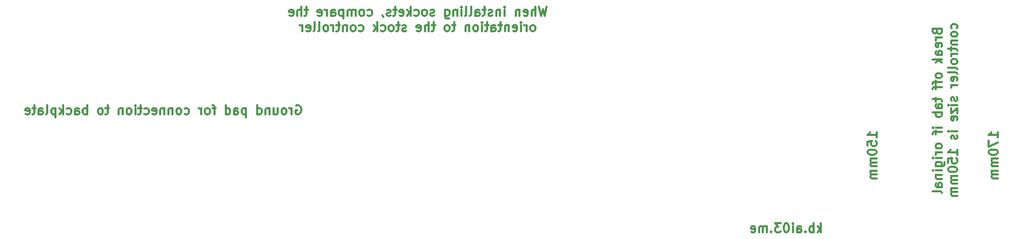
<source format=gbo>
G04 #@! TF.GenerationSoftware,KiCad,Pcbnew,(5.0.2)-1*
G04 #@! TF.CreationDate,2019-03-13T03:35:54-07:00*
G04 #@! TF.ProjectId,ssk-controller,73736b2d-636f-46e7-9472-6f6c6c65722e,rev?*
G04 #@! TF.SameCoordinates,Original*
G04 #@! TF.FileFunction,Legend,Bot*
G04 #@! TF.FilePolarity,Positive*
%FSLAX46Y46*%
G04 Gerber Fmt 4.6, Leading zero omitted, Abs format (unit mm)*
G04 Created by KiCad (PCBNEW (5.0.2)-1) date 3/13/2019 3:35:54 AM*
%MOMM*%
%LPD*%
G01*
G04 APERTURE LIST*
%ADD10C,0.300000*%
%ADD11C,0.010000*%
%ADD12O,2.100000X2.100000*%
%ADD13R,2.100000X2.100000*%
%ADD14O,1.400000X2.000000*%
%ADD15O,1.400000X2.500000*%
%ADD16C,1.050000*%
%ADD17C,3.900000*%
%ADD18C,1.187400*%
G04 APERTURE END LIST*
D10*
X229500000Y-95178571D02*
X229500000Y-93678571D01*
X229357142Y-94607142D02*
X228928571Y-95178571D01*
X228928571Y-94178571D02*
X229500000Y-94750000D01*
X228285714Y-95178571D02*
X228285714Y-93678571D01*
X228285714Y-94250000D02*
X228142857Y-94178571D01*
X227857142Y-94178571D01*
X227714285Y-94250000D01*
X227642857Y-94321428D01*
X227571428Y-94464285D01*
X227571428Y-94892857D01*
X227642857Y-95035714D01*
X227714285Y-95107142D01*
X227857142Y-95178571D01*
X228142857Y-95178571D01*
X228285714Y-95107142D01*
X226928571Y-95035714D02*
X226857142Y-95107142D01*
X226928571Y-95178571D01*
X227000000Y-95107142D01*
X226928571Y-95035714D01*
X226928571Y-95178571D01*
X225571428Y-95178571D02*
X225571428Y-94392857D01*
X225642857Y-94250000D01*
X225785714Y-94178571D01*
X226071428Y-94178571D01*
X226214285Y-94250000D01*
X225571428Y-95107142D02*
X225714285Y-95178571D01*
X226071428Y-95178571D01*
X226214285Y-95107142D01*
X226285714Y-94964285D01*
X226285714Y-94821428D01*
X226214285Y-94678571D01*
X226071428Y-94607142D01*
X225714285Y-94607142D01*
X225571428Y-94535714D01*
X224857142Y-95178571D02*
X224857142Y-94178571D01*
X224857142Y-93678571D02*
X224928571Y-93750000D01*
X224857142Y-93821428D01*
X224785714Y-93750000D01*
X224857142Y-93678571D01*
X224857142Y-93821428D01*
X223857142Y-93678571D02*
X223714285Y-93678571D01*
X223571428Y-93750000D01*
X223500000Y-93821428D01*
X223428571Y-93964285D01*
X223357142Y-94250000D01*
X223357142Y-94607142D01*
X223428571Y-94892857D01*
X223500000Y-95035714D01*
X223571428Y-95107142D01*
X223714285Y-95178571D01*
X223857142Y-95178571D01*
X224000000Y-95107142D01*
X224071428Y-95035714D01*
X224142857Y-94892857D01*
X224214285Y-94607142D01*
X224214285Y-94250000D01*
X224142857Y-93964285D01*
X224071428Y-93821428D01*
X224000000Y-93750000D01*
X223857142Y-93678571D01*
X222857142Y-93678571D02*
X221928571Y-93678571D01*
X222428571Y-94250000D01*
X222214285Y-94250000D01*
X222071428Y-94321428D01*
X222000000Y-94392857D01*
X221928571Y-94535714D01*
X221928571Y-94892857D01*
X222000000Y-95035714D01*
X222071428Y-95107142D01*
X222214285Y-95178571D01*
X222642857Y-95178571D01*
X222785714Y-95107142D01*
X222857142Y-95035714D01*
X221285714Y-95035714D02*
X221214285Y-95107142D01*
X221285714Y-95178571D01*
X221357142Y-95107142D01*
X221285714Y-95035714D01*
X221285714Y-95178571D01*
X220571428Y-95178571D02*
X220571428Y-94178571D01*
X220571428Y-94321428D02*
X220500000Y-94250000D01*
X220357142Y-94178571D01*
X220142857Y-94178571D01*
X220000000Y-94250000D01*
X219928571Y-94392857D01*
X219928571Y-95178571D01*
X219928571Y-94392857D02*
X219857142Y-94250000D01*
X219714285Y-94178571D01*
X219500000Y-94178571D01*
X219357142Y-94250000D01*
X219285714Y-94392857D01*
X219285714Y-95178571D01*
X218000000Y-95107142D02*
X218142857Y-95178571D01*
X218428571Y-95178571D01*
X218571428Y-95107142D01*
X218642857Y-94964285D01*
X218642857Y-94392857D01*
X218571428Y-94250000D01*
X218428571Y-94178571D01*
X218142857Y-94178571D01*
X218000000Y-94250000D01*
X217928571Y-94392857D01*
X217928571Y-94535714D01*
X218642857Y-94678571D01*
X248617857Y-62035714D02*
X248689285Y-62250000D01*
X248760714Y-62321428D01*
X248903571Y-62392857D01*
X249117857Y-62392857D01*
X249260714Y-62321428D01*
X249332142Y-62250000D01*
X249403571Y-62107142D01*
X249403571Y-61535714D01*
X247903571Y-61535714D01*
X247903571Y-62035714D01*
X247975000Y-62178571D01*
X248046428Y-62250000D01*
X248189285Y-62321428D01*
X248332142Y-62321428D01*
X248475000Y-62250000D01*
X248546428Y-62178571D01*
X248617857Y-62035714D01*
X248617857Y-61535714D01*
X249403571Y-63035714D02*
X248403571Y-63035714D01*
X248689285Y-63035714D02*
X248546428Y-63107142D01*
X248475000Y-63178571D01*
X248403571Y-63321428D01*
X248403571Y-63464285D01*
X249332142Y-64535714D02*
X249403571Y-64392857D01*
X249403571Y-64107142D01*
X249332142Y-63964285D01*
X249189285Y-63892857D01*
X248617857Y-63892857D01*
X248475000Y-63964285D01*
X248403571Y-64107142D01*
X248403571Y-64392857D01*
X248475000Y-64535714D01*
X248617857Y-64607142D01*
X248760714Y-64607142D01*
X248903571Y-63892857D01*
X249403571Y-65892857D02*
X248617857Y-65892857D01*
X248475000Y-65821428D01*
X248403571Y-65678571D01*
X248403571Y-65392857D01*
X248475000Y-65250000D01*
X249332142Y-65892857D02*
X249403571Y-65750000D01*
X249403571Y-65392857D01*
X249332142Y-65250000D01*
X249189285Y-65178571D01*
X249046428Y-65178571D01*
X248903571Y-65250000D01*
X248832142Y-65392857D01*
X248832142Y-65750000D01*
X248760714Y-65892857D01*
X249403571Y-66607142D02*
X247903571Y-66607142D01*
X248832142Y-66750000D02*
X249403571Y-67178571D01*
X248403571Y-67178571D02*
X248975000Y-66607142D01*
X249403571Y-69178571D02*
X249332142Y-69035714D01*
X249260714Y-68964285D01*
X249117857Y-68892857D01*
X248689285Y-68892857D01*
X248546428Y-68964285D01*
X248475000Y-69035714D01*
X248403571Y-69178571D01*
X248403571Y-69392857D01*
X248475000Y-69535714D01*
X248546428Y-69607142D01*
X248689285Y-69678571D01*
X249117857Y-69678571D01*
X249260714Y-69607142D01*
X249332142Y-69535714D01*
X249403571Y-69392857D01*
X249403571Y-69178571D01*
X248403571Y-70107142D02*
X248403571Y-70678571D01*
X249403571Y-70321428D02*
X248117857Y-70321428D01*
X247975000Y-70392857D01*
X247903571Y-70535714D01*
X247903571Y-70678571D01*
X248403571Y-70964285D02*
X248403571Y-71535714D01*
X249403571Y-71178571D02*
X248117857Y-71178571D01*
X247975000Y-71250000D01*
X247903571Y-71392857D01*
X247903571Y-71535714D01*
X248403571Y-72964285D02*
X248403571Y-73535714D01*
X247903571Y-73178571D02*
X249189285Y-73178571D01*
X249332142Y-73250000D01*
X249403571Y-73392857D01*
X249403571Y-73535714D01*
X249403571Y-74678571D02*
X248617857Y-74678571D01*
X248475000Y-74607142D01*
X248403571Y-74464285D01*
X248403571Y-74178571D01*
X248475000Y-74035714D01*
X249332142Y-74678571D02*
X249403571Y-74535714D01*
X249403571Y-74178571D01*
X249332142Y-74035714D01*
X249189285Y-73964285D01*
X249046428Y-73964285D01*
X248903571Y-74035714D01*
X248832142Y-74178571D01*
X248832142Y-74535714D01*
X248760714Y-74678571D01*
X249403571Y-75392857D02*
X247903571Y-75392857D01*
X248475000Y-75392857D02*
X248403571Y-75535714D01*
X248403571Y-75821428D01*
X248475000Y-75964285D01*
X248546428Y-76035714D01*
X248689285Y-76107142D01*
X249117857Y-76107142D01*
X249260714Y-76035714D01*
X249332142Y-75964285D01*
X249403571Y-75821428D01*
X249403571Y-75535714D01*
X249332142Y-75392857D01*
X249403571Y-77892857D02*
X248403571Y-77892857D01*
X247903571Y-77892857D02*
X247975000Y-77821428D01*
X248046428Y-77892857D01*
X247975000Y-77964285D01*
X247903571Y-77892857D01*
X248046428Y-77892857D01*
X248403571Y-78392857D02*
X248403571Y-78964285D01*
X249403571Y-78607142D02*
X248117857Y-78607142D01*
X247975000Y-78678571D01*
X247903571Y-78821428D01*
X247903571Y-78964285D01*
X249403571Y-80821428D02*
X249332142Y-80678571D01*
X249260714Y-80607142D01*
X249117857Y-80535714D01*
X248689285Y-80535714D01*
X248546428Y-80607142D01*
X248475000Y-80678571D01*
X248403571Y-80821428D01*
X248403571Y-81035714D01*
X248475000Y-81178571D01*
X248546428Y-81250000D01*
X248689285Y-81321428D01*
X249117857Y-81321428D01*
X249260714Y-81250000D01*
X249332142Y-81178571D01*
X249403571Y-81035714D01*
X249403571Y-80821428D01*
X249403571Y-81964285D02*
X248403571Y-81964285D01*
X248689285Y-81964285D02*
X248546428Y-82035714D01*
X248475000Y-82107142D01*
X248403571Y-82250000D01*
X248403571Y-82392857D01*
X249403571Y-82892857D02*
X248403571Y-82892857D01*
X247903571Y-82892857D02*
X247975000Y-82821428D01*
X248046428Y-82892857D01*
X247975000Y-82964285D01*
X247903571Y-82892857D01*
X248046428Y-82892857D01*
X248403571Y-84250000D02*
X249617857Y-84250000D01*
X249760714Y-84178571D01*
X249832142Y-84107142D01*
X249903571Y-83964285D01*
X249903571Y-83750000D01*
X249832142Y-83607142D01*
X249332142Y-84250000D02*
X249403571Y-84107142D01*
X249403571Y-83821428D01*
X249332142Y-83678571D01*
X249260714Y-83607142D01*
X249117857Y-83535714D01*
X248689285Y-83535714D01*
X248546428Y-83607142D01*
X248475000Y-83678571D01*
X248403571Y-83821428D01*
X248403571Y-84107142D01*
X248475000Y-84250000D01*
X249403571Y-84964285D02*
X248403571Y-84964285D01*
X247903571Y-84964285D02*
X247975000Y-84892857D01*
X248046428Y-84964285D01*
X247975000Y-85035714D01*
X247903571Y-84964285D01*
X248046428Y-84964285D01*
X248403571Y-85678571D02*
X249403571Y-85678571D01*
X248546428Y-85678571D02*
X248475000Y-85750000D01*
X248403571Y-85892857D01*
X248403571Y-86107142D01*
X248475000Y-86250000D01*
X248617857Y-86321428D01*
X249403571Y-86321428D01*
X249403571Y-87678571D02*
X248617857Y-87678571D01*
X248475000Y-87607142D01*
X248403571Y-87464285D01*
X248403571Y-87178571D01*
X248475000Y-87035714D01*
X249332142Y-87678571D02*
X249403571Y-87535714D01*
X249403571Y-87178571D01*
X249332142Y-87035714D01*
X249189285Y-86964285D01*
X249046428Y-86964285D01*
X248903571Y-87035714D01*
X248832142Y-87178571D01*
X248832142Y-87535714D01*
X248760714Y-87678571D01*
X249403571Y-88607142D02*
X249332142Y-88464285D01*
X249189285Y-88392857D01*
X247903571Y-88392857D01*
X251882142Y-61500000D02*
X251953571Y-61357142D01*
X251953571Y-61071428D01*
X251882142Y-60928571D01*
X251810714Y-60857142D01*
X251667857Y-60785714D01*
X251239285Y-60785714D01*
X251096428Y-60857142D01*
X251025000Y-60928571D01*
X250953571Y-61071428D01*
X250953571Y-61357142D01*
X251025000Y-61500000D01*
X251953571Y-62357142D02*
X251882142Y-62214285D01*
X251810714Y-62142857D01*
X251667857Y-62071428D01*
X251239285Y-62071428D01*
X251096428Y-62142857D01*
X251025000Y-62214285D01*
X250953571Y-62357142D01*
X250953571Y-62571428D01*
X251025000Y-62714285D01*
X251096428Y-62785714D01*
X251239285Y-62857142D01*
X251667857Y-62857142D01*
X251810714Y-62785714D01*
X251882142Y-62714285D01*
X251953571Y-62571428D01*
X251953571Y-62357142D01*
X250953571Y-63500000D02*
X251953571Y-63500000D01*
X251096428Y-63500000D02*
X251025000Y-63571428D01*
X250953571Y-63714285D01*
X250953571Y-63928571D01*
X251025000Y-64071428D01*
X251167857Y-64142857D01*
X251953571Y-64142857D01*
X250953571Y-64642857D02*
X250953571Y-65214285D01*
X250453571Y-64857142D02*
X251739285Y-64857142D01*
X251882142Y-64928571D01*
X251953571Y-65071428D01*
X251953571Y-65214285D01*
X251953571Y-65714285D02*
X250953571Y-65714285D01*
X251239285Y-65714285D02*
X251096428Y-65785714D01*
X251025000Y-65857142D01*
X250953571Y-66000000D01*
X250953571Y-66142857D01*
X251953571Y-66857142D02*
X251882142Y-66714285D01*
X251810714Y-66642857D01*
X251667857Y-66571428D01*
X251239285Y-66571428D01*
X251096428Y-66642857D01*
X251025000Y-66714285D01*
X250953571Y-66857142D01*
X250953571Y-67071428D01*
X251025000Y-67214285D01*
X251096428Y-67285714D01*
X251239285Y-67357142D01*
X251667857Y-67357142D01*
X251810714Y-67285714D01*
X251882142Y-67214285D01*
X251953571Y-67071428D01*
X251953571Y-66857142D01*
X251953571Y-68214285D02*
X251882142Y-68071428D01*
X251739285Y-68000000D01*
X250453571Y-68000000D01*
X251953571Y-69000000D02*
X251882142Y-68857142D01*
X251739285Y-68785714D01*
X250453571Y-68785714D01*
X251882142Y-70142857D02*
X251953571Y-70000000D01*
X251953571Y-69714285D01*
X251882142Y-69571428D01*
X251739285Y-69500000D01*
X251167857Y-69500000D01*
X251025000Y-69571428D01*
X250953571Y-69714285D01*
X250953571Y-70000000D01*
X251025000Y-70142857D01*
X251167857Y-70214285D01*
X251310714Y-70214285D01*
X251453571Y-69500000D01*
X251953571Y-70857142D02*
X250953571Y-70857142D01*
X251239285Y-70857142D02*
X251096428Y-70928571D01*
X251025000Y-71000000D01*
X250953571Y-71142857D01*
X250953571Y-71285714D01*
X251882142Y-72857142D02*
X251953571Y-73000000D01*
X251953571Y-73285714D01*
X251882142Y-73428571D01*
X251739285Y-73500000D01*
X251667857Y-73500000D01*
X251525000Y-73428571D01*
X251453571Y-73285714D01*
X251453571Y-73071428D01*
X251382142Y-72928571D01*
X251239285Y-72857142D01*
X251167857Y-72857142D01*
X251025000Y-72928571D01*
X250953571Y-73071428D01*
X250953571Y-73285714D01*
X251025000Y-73428571D01*
X251953571Y-74142857D02*
X250953571Y-74142857D01*
X250453571Y-74142857D02*
X250525000Y-74071428D01*
X250596428Y-74142857D01*
X250525000Y-74214285D01*
X250453571Y-74142857D01*
X250596428Y-74142857D01*
X250953571Y-74714285D02*
X250953571Y-75500000D01*
X251953571Y-74714285D01*
X251953571Y-75500000D01*
X251882142Y-76642857D02*
X251953571Y-76500000D01*
X251953571Y-76214285D01*
X251882142Y-76071428D01*
X251739285Y-76000000D01*
X251167857Y-76000000D01*
X251025000Y-76071428D01*
X250953571Y-76214285D01*
X250953571Y-76500000D01*
X251025000Y-76642857D01*
X251167857Y-76714285D01*
X251310714Y-76714285D01*
X251453571Y-76000000D01*
X251953571Y-78500000D02*
X250953571Y-78500000D01*
X250453571Y-78500000D02*
X250525000Y-78428571D01*
X250596428Y-78500000D01*
X250525000Y-78571428D01*
X250453571Y-78500000D01*
X250596428Y-78500000D01*
X251882142Y-79142857D02*
X251953571Y-79285714D01*
X251953571Y-79571428D01*
X251882142Y-79714285D01*
X251739285Y-79785714D01*
X251667857Y-79785714D01*
X251525000Y-79714285D01*
X251453571Y-79571428D01*
X251453571Y-79357142D01*
X251382142Y-79214285D01*
X251239285Y-79142857D01*
X251167857Y-79142857D01*
X251025000Y-79214285D01*
X250953571Y-79357142D01*
X250953571Y-79571428D01*
X251025000Y-79714285D01*
X251953571Y-82357142D02*
X251953571Y-81500000D01*
X251953571Y-81928571D02*
X250453571Y-81928571D01*
X250667857Y-81785714D01*
X250810714Y-81642857D01*
X250882142Y-81500000D01*
X250453571Y-83714285D02*
X250453571Y-83000000D01*
X251167857Y-82928571D01*
X251096428Y-83000000D01*
X251025000Y-83142857D01*
X251025000Y-83500000D01*
X251096428Y-83642857D01*
X251167857Y-83714285D01*
X251310714Y-83785714D01*
X251667857Y-83785714D01*
X251810714Y-83714285D01*
X251882142Y-83642857D01*
X251953571Y-83500000D01*
X251953571Y-83142857D01*
X251882142Y-83000000D01*
X251810714Y-82928571D01*
X250453571Y-84714285D02*
X250453571Y-84857142D01*
X250525000Y-85000000D01*
X250596428Y-85071428D01*
X250739285Y-85142857D01*
X251025000Y-85214285D01*
X251382142Y-85214285D01*
X251667857Y-85142857D01*
X251810714Y-85071428D01*
X251882142Y-85000000D01*
X251953571Y-84857142D01*
X251953571Y-84714285D01*
X251882142Y-84571428D01*
X251810714Y-84500000D01*
X251667857Y-84428571D01*
X251382142Y-84357142D01*
X251025000Y-84357142D01*
X250739285Y-84428571D01*
X250596428Y-84500000D01*
X250525000Y-84571428D01*
X250453571Y-84714285D01*
X251953571Y-85857142D02*
X250953571Y-85857142D01*
X251096428Y-85857142D02*
X251025000Y-85928571D01*
X250953571Y-86071428D01*
X250953571Y-86285714D01*
X251025000Y-86428571D01*
X251167857Y-86500000D01*
X251953571Y-86500000D01*
X251167857Y-86500000D02*
X251025000Y-86571428D01*
X250953571Y-86714285D01*
X250953571Y-86928571D01*
X251025000Y-87071428D01*
X251167857Y-87142857D01*
X251953571Y-87142857D01*
X251953571Y-87857142D02*
X250953571Y-87857142D01*
X251096428Y-87857142D02*
X251025000Y-87928571D01*
X250953571Y-88071428D01*
X250953571Y-88285714D01*
X251025000Y-88428571D01*
X251167857Y-88500000D01*
X251953571Y-88500000D01*
X251167857Y-88500000D02*
X251025000Y-88571428D01*
X250953571Y-88714285D01*
X250953571Y-88928571D01*
X251025000Y-89071428D01*
X251167857Y-89142857D01*
X251953571Y-89142857D01*
X142892857Y-74250000D02*
X143035714Y-74178571D01*
X143250000Y-74178571D01*
X143464285Y-74250000D01*
X143607142Y-74392857D01*
X143678571Y-74535714D01*
X143750000Y-74821428D01*
X143750000Y-75035714D01*
X143678571Y-75321428D01*
X143607142Y-75464285D01*
X143464285Y-75607142D01*
X143250000Y-75678571D01*
X143107142Y-75678571D01*
X142892857Y-75607142D01*
X142821428Y-75535714D01*
X142821428Y-75035714D01*
X143107142Y-75035714D01*
X142178571Y-75678571D02*
X142178571Y-74678571D01*
X142178571Y-74964285D02*
X142107142Y-74821428D01*
X142035714Y-74750000D01*
X141892857Y-74678571D01*
X141750000Y-74678571D01*
X141035714Y-75678571D02*
X141178571Y-75607142D01*
X141250000Y-75535714D01*
X141321428Y-75392857D01*
X141321428Y-74964285D01*
X141250000Y-74821428D01*
X141178571Y-74750000D01*
X141035714Y-74678571D01*
X140821428Y-74678571D01*
X140678571Y-74750000D01*
X140607142Y-74821428D01*
X140535714Y-74964285D01*
X140535714Y-75392857D01*
X140607142Y-75535714D01*
X140678571Y-75607142D01*
X140821428Y-75678571D01*
X141035714Y-75678571D01*
X139250000Y-74678571D02*
X139250000Y-75678571D01*
X139892857Y-74678571D02*
X139892857Y-75464285D01*
X139821428Y-75607142D01*
X139678571Y-75678571D01*
X139464285Y-75678571D01*
X139321428Y-75607142D01*
X139250000Y-75535714D01*
X138535714Y-74678571D02*
X138535714Y-75678571D01*
X138535714Y-74821428D02*
X138464285Y-74750000D01*
X138321428Y-74678571D01*
X138107142Y-74678571D01*
X137964285Y-74750000D01*
X137892857Y-74892857D01*
X137892857Y-75678571D01*
X136535714Y-75678571D02*
X136535714Y-74178571D01*
X136535714Y-75607142D02*
X136678571Y-75678571D01*
X136964285Y-75678571D01*
X137107142Y-75607142D01*
X137178571Y-75535714D01*
X137250000Y-75392857D01*
X137250000Y-74964285D01*
X137178571Y-74821428D01*
X137107142Y-74750000D01*
X136964285Y-74678571D01*
X136678571Y-74678571D01*
X136535714Y-74750000D01*
X134678571Y-74678571D02*
X134678571Y-76178571D01*
X134678571Y-74750000D02*
X134535714Y-74678571D01*
X134250000Y-74678571D01*
X134107142Y-74750000D01*
X134035714Y-74821428D01*
X133964285Y-74964285D01*
X133964285Y-75392857D01*
X134035714Y-75535714D01*
X134107142Y-75607142D01*
X134250000Y-75678571D01*
X134535714Y-75678571D01*
X134678571Y-75607142D01*
X132678571Y-75678571D02*
X132678571Y-74892857D01*
X132750000Y-74750000D01*
X132892857Y-74678571D01*
X133178571Y-74678571D01*
X133321428Y-74750000D01*
X132678571Y-75607142D02*
X132821428Y-75678571D01*
X133178571Y-75678571D01*
X133321428Y-75607142D01*
X133392857Y-75464285D01*
X133392857Y-75321428D01*
X133321428Y-75178571D01*
X133178571Y-75107142D01*
X132821428Y-75107142D01*
X132678571Y-75035714D01*
X131321428Y-75678571D02*
X131321428Y-74178571D01*
X131321428Y-75607142D02*
X131464285Y-75678571D01*
X131750000Y-75678571D01*
X131892857Y-75607142D01*
X131964285Y-75535714D01*
X132035714Y-75392857D01*
X132035714Y-74964285D01*
X131964285Y-74821428D01*
X131892857Y-74750000D01*
X131750000Y-74678571D01*
X131464285Y-74678571D01*
X131321428Y-74750000D01*
X129678571Y-74678571D02*
X129107142Y-74678571D01*
X129464285Y-75678571D02*
X129464285Y-74392857D01*
X129392857Y-74250000D01*
X129250000Y-74178571D01*
X129107142Y-74178571D01*
X128392857Y-75678571D02*
X128535714Y-75607142D01*
X128607142Y-75535714D01*
X128678571Y-75392857D01*
X128678571Y-74964285D01*
X128607142Y-74821428D01*
X128535714Y-74750000D01*
X128392857Y-74678571D01*
X128178571Y-74678571D01*
X128035714Y-74750000D01*
X127964285Y-74821428D01*
X127892857Y-74964285D01*
X127892857Y-75392857D01*
X127964285Y-75535714D01*
X128035714Y-75607142D01*
X128178571Y-75678571D01*
X128392857Y-75678571D01*
X127250000Y-75678571D02*
X127250000Y-74678571D01*
X127250000Y-74964285D02*
X127178571Y-74821428D01*
X127107142Y-74750000D01*
X126964285Y-74678571D01*
X126821428Y-74678571D01*
X124535714Y-75607142D02*
X124678571Y-75678571D01*
X124964285Y-75678571D01*
X125107142Y-75607142D01*
X125178571Y-75535714D01*
X125250000Y-75392857D01*
X125250000Y-74964285D01*
X125178571Y-74821428D01*
X125107142Y-74750000D01*
X124964285Y-74678571D01*
X124678571Y-74678571D01*
X124535714Y-74750000D01*
X123678571Y-75678571D02*
X123821428Y-75607142D01*
X123892857Y-75535714D01*
X123964285Y-75392857D01*
X123964285Y-74964285D01*
X123892857Y-74821428D01*
X123821428Y-74750000D01*
X123678571Y-74678571D01*
X123464285Y-74678571D01*
X123321428Y-74750000D01*
X123250000Y-74821428D01*
X123178571Y-74964285D01*
X123178571Y-75392857D01*
X123250000Y-75535714D01*
X123321428Y-75607142D01*
X123464285Y-75678571D01*
X123678571Y-75678571D01*
X122535714Y-74678571D02*
X122535714Y-75678571D01*
X122535714Y-74821428D02*
X122464285Y-74750000D01*
X122321428Y-74678571D01*
X122107142Y-74678571D01*
X121964285Y-74750000D01*
X121892857Y-74892857D01*
X121892857Y-75678571D01*
X121178571Y-74678571D02*
X121178571Y-75678571D01*
X121178571Y-74821428D02*
X121107142Y-74750000D01*
X120964285Y-74678571D01*
X120749999Y-74678571D01*
X120607142Y-74750000D01*
X120535714Y-74892857D01*
X120535714Y-75678571D01*
X119249999Y-75607142D02*
X119392857Y-75678571D01*
X119678571Y-75678571D01*
X119821428Y-75607142D01*
X119892857Y-75464285D01*
X119892857Y-74892857D01*
X119821428Y-74750000D01*
X119678571Y-74678571D01*
X119392857Y-74678571D01*
X119249999Y-74750000D01*
X119178571Y-74892857D01*
X119178571Y-75035714D01*
X119892857Y-75178571D01*
X117892857Y-75607142D02*
X118035714Y-75678571D01*
X118321428Y-75678571D01*
X118464285Y-75607142D01*
X118535714Y-75535714D01*
X118607142Y-75392857D01*
X118607142Y-74964285D01*
X118535714Y-74821428D01*
X118464285Y-74750000D01*
X118321428Y-74678571D01*
X118035714Y-74678571D01*
X117892857Y-74750000D01*
X117464285Y-74678571D02*
X116892857Y-74678571D01*
X117249999Y-74178571D02*
X117249999Y-75464285D01*
X117178571Y-75607142D01*
X117035714Y-75678571D01*
X116892857Y-75678571D01*
X116392857Y-75678571D02*
X116392857Y-74678571D01*
X116392857Y-74178571D02*
X116464285Y-74250000D01*
X116392857Y-74321428D01*
X116321428Y-74250000D01*
X116392857Y-74178571D01*
X116392857Y-74321428D01*
X115464285Y-75678571D02*
X115607142Y-75607142D01*
X115678571Y-75535714D01*
X115749999Y-75392857D01*
X115749999Y-74964285D01*
X115678571Y-74821428D01*
X115607142Y-74750000D01*
X115464285Y-74678571D01*
X115249999Y-74678571D01*
X115107142Y-74750000D01*
X115035714Y-74821428D01*
X114964285Y-74964285D01*
X114964285Y-75392857D01*
X115035714Y-75535714D01*
X115107142Y-75607142D01*
X115249999Y-75678571D01*
X115464285Y-75678571D01*
X114321428Y-74678571D02*
X114321428Y-75678571D01*
X114321428Y-74821428D02*
X114249999Y-74750000D01*
X114107142Y-74678571D01*
X113892857Y-74678571D01*
X113749999Y-74750000D01*
X113678571Y-74892857D01*
X113678571Y-75678571D01*
X112035714Y-74678571D02*
X111464285Y-74678571D01*
X111821428Y-74178571D02*
X111821428Y-75464285D01*
X111749999Y-75607142D01*
X111607142Y-75678571D01*
X111464285Y-75678571D01*
X110749999Y-75678571D02*
X110892857Y-75607142D01*
X110964285Y-75535714D01*
X111035714Y-75392857D01*
X111035714Y-74964285D01*
X110964285Y-74821428D01*
X110892857Y-74750000D01*
X110749999Y-74678571D01*
X110535714Y-74678571D01*
X110392857Y-74750000D01*
X110321428Y-74821428D01*
X110249999Y-74964285D01*
X110249999Y-75392857D01*
X110321428Y-75535714D01*
X110392857Y-75607142D01*
X110535714Y-75678571D01*
X110749999Y-75678571D01*
X108464285Y-75678571D02*
X108464285Y-74178571D01*
X108464285Y-74750000D02*
X108321428Y-74678571D01*
X108035714Y-74678571D01*
X107892857Y-74750000D01*
X107821428Y-74821428D01*
X107750000Y-74964285D01*
X107750000Y-75392857D01*
X107821428Y-75535714D01*
X107892857Y-75607142D01*
X108035714Y-75678571D01*
X108321428Y-75678571D01*
X108464285Y-75607142D01*
X106464285Y-75678571D02*
X106464285Y-74892857D01*
X106535714Y-74750000D01*
X106678571Y-74678571D01*
X106964285Y-74678571D01*
X107107142Y-74750000D01*
X106464285Y-75607142D02*
X106607142Y-75678571D01*
X106964285Y-75678571D01*
X107107142Y-75607142D01*
X107178571Y-75464285D01*
X107178571Y-75321428D01*
X107107142Y-75178571D01*
X106964285Y-75107142D01*
X106607142Y-75107142D01*
X106464285Y-75035714D01*
X105107142Y-75607142D02*
X105250000Y-75678571D01*
X105535714Y-75678571D01*
X105678571Y-75607142D01*
X105750000Y-75535714D01*
X105821428Y-75392857D01*
X105821428Y-74964285D01*
X105750000Y-74821428D01*
X105678571Y-74750000D01*
X105535714Y-74678571D01*
X105250000Y-74678571D01*
X105107142Y-74750000D01*
X104464285Y-75678571D02*
X104464285Y-74178571D01*
X104321428Y-75107142D02*
X103892857Y-75678571D01*
X103892857Y-74678571D02*
X104464285Y-75250000D01*
X103250000Y-74678571D02*
X103250000Y-76178571D01*
X103250000Y-74750000D02*
X103107142Y-74678571D01*
X102821428Y-74678571D01*
X102678571Y-74750000D01*
X102607142Y-74821428D01*
X102535714Y-74964285D01*
X102535714Y-75392857D01*
X102607142Y-75535714D01*
X102678571Y-75607142D01*
X102821428Y-75678571D01*
X103107142Y-75678571D01*
X103250000Y-75607142D01*
X101678571Y-75678571D02*
X101821428Y-75607142D01*
X101892857Y-75464285D01*
X101892857Y-74178571D01*
X100464285Y-75678571D02*
X100464285Y-74892857D01*
X100535714Y-74750000D01*
X100678571Y-74678571D01*
X100964285Y-74678571D01*
X101107142Y-74750000D01*
X100464285Y-75607142D02*
X100607142Y-75678571D01*
X100964285Y-75678571D01*
X101107142Y-75607142D01*
X101178571Y-75464285D01*
X101178571Y-75321428D01*
X101107142Y-75178571D01*
X100964285Y-75107142D01*
X100607142Y-75107142D01*
X100464285Y-75035714D01*
X99964285Y-74678571D02*
X99392857Y-74678571D01*
X99750000Y-74178571D02*
X99750000Y-75464285D01*
X99678571Y-75607142D01*
X99535714Y-75678571D01*
X99392857Y-75678571D01*
X98321428Y-75607142D02*
X98464285Y-75678571D01*
X98750000Y-75678571D01*
X98892857Y-75607142D01*
X98964285Y-75464285D01*
X98964285Y-74892857D01*
X98892857Y-74750000D01*
X98750000Y-74678571D01*
X98464285Y-74678571D01*
X98321428Y-74750000D01*
X98250000Y-74892857D01*
X98250000Y-75035714D01*
X98964285Y-75178571D01*
X184285714Y-57903571D02*
X183928571Y-59403571D01*
X183642857Y-58332142D01*
X183357142Y-59403571D01*
X183000000Y-57903571D01*
X182428571Y-59403571D02*
X182428571Y-57903571D01*
X181785714Y-59403571D02*
X181785714Y-58617857D01*
X181857142Y-58475000D01*
X182000000Y-58403571D01*
X182214285Y-58403571D01*
X182357142Y-58475000D01*
X182428571Y-58546428D01*
X180500000Y-59332142D02*
X180642857Y-59403571D01*
X180928571Y-59403571D01*
X181071428Y-59332142D01*
X181142857Y-59189285D01*
X181142857Y-58617857D01*
X181071428Y-58475000D01*
X180928571Y-58403571D01*
X180642857Y-58403571D01*
X180500000Y-58475000D01*
X180428571Y-58617857D01*
X180428571Y-58760714D01*
X181142857Y-58903571D01*
X179785714Y-58403571D02*
X179785714Y-59403571D01*
X179785714Y-58546428D02*
X179714285Y-58475000D01*
X179571428Y-58403571D01*
X179357142Y-58403571D01*
X179214285Y-58475000D01*
X179142857Y-58617857D01*
X179142857Y-59403571D01*
X177285714Y-59403571D02*
X177285714Y-58403571D01*
X177285714Y-57903571D02*
X177357142Y-57975000D01*
X177285714Y-58046428D01*
X177214285Y-57975000D01*
X177285714Y-57903571D01*
X177285714Y-58046428D01*
X176571428Y-58403571D02*
X176571428Y-59403571D01*
X176571428Y-58546428D02*
X176500000Y-58475000D01*
X176357142Y-58403571D01*
X176142857Y-58403571D01*
X176000000Y-58475000D01*
X175928571Y-58617857D01*
X175928571Y-59403571D01*
X175285714Y-59332142D02*
X175142857Y-59403571D01*
X174857142Y-59403571D01*
X174714285Y-59332142D01*
X174642857Y-59189285D01*
X174642857Y-59117857D01*
X174714285Y-58975000D01*
X174857142Y-58903571D01*
X175071428Y-58903571D01*
X175214285Y-58832142D01*
X175285714Y-58689285D01*
X175285714Y-58617857D01*
X175214285Y-58475000D01*
X175071428Y-58403571D01*
X174857142Y-58403571D01*
X174714285Y-58475000D01*
X174214285Y-58403571D02*
X173642857Y-58403571D01*
X174000000Y-57903571D02*
X174000000Y-59189285D01*
X173928571Y-59332142D01*
X173785714Y-59403571D01*
X173642857Y-59403571D01*
X172500000Y-59403571D02*
X172500000Y-58617857D01*
X172571428Y-58475000D01*
X172714285Y-58403571D01*
X173000000Y-58403571D01*
X173142857Y-58475000D01*
X172500000Y-59332142D02*
X172642857Y-59403571D01*
X173000000Y-59403571D01*
X173142857Y-59332142D01*
X173214285Y-59189285D01*
X173214285Y-59046428D01*
X173142857Y-58903571D01*
X173000000Y-58832142D01*
X172642857Y-58832142D01*
X172500000Y-58760714D01*
X171571428Y-59403571D02*
X171714285Y-59332142D01*
X171785714Y-59189285D01*
X171785714Y-57903571D01*
X170785714Y-59403571D02*
X170928571Y-59332142D01*
X171000000Y-59189285D01*
X171000000Y-57903571D01*
X170214285Y-59403571D02*
X170214285Y-58403571D01*
X170214285Y-57903571D02*
X170285714Y-57975000D01*
X170214285Y-58046428D01*
X170142857Y-57975000D01*
X170214285Y-57903571D01*
X170214285Y-58046428D01*
X169500000Y-58403571D02*
X169500000Y-59403571D01*
X169500000Y-58546428D02*
X169428571Y-58475000D01*
X169285714Y-58403571D01*
X169071428Y-58403571D01*
X168928571Y-58475000D01*
X168857142Y-58617857D01*
X168857142Y-59403571D01*
X167500000Y-58403571D02*
X167500000Y-59617857D01*
X167571428Y-59760714D01*
X167642857Y-59832142D01*
X167785714Y-59903571D01*
X168000000Y-59903571D01*
X168142857Y-59832142D01*
X167500000Y-59332142D02*
X167642857Y-59403571D01*
X167928571Y-59403571D01*
X168071428Y-59332142D01*
X168142857Y-59260714D01*
X168214285Y-59117857D01*
X168214285Y-58689285D01*
X168142857Y-58546428D01*
X168071428Y-58475000D01*
X167928571Y-58403571D01*
X167642857Y-58403571D01*
X167500000Y-58475000D01*
X165714285Y-59332142D02*
X165571428Y-59403571D01*
X165285714Y-59403571D01*
X165142857Y-59332142D01*
X165071428Y-59189285D01*
X165071428Y-59117857D01*
X165142857Y-58975000D01*
X165285714Y-58903571D01*
X165500000Y-58903571D01*
X165642857Y-58832142D01*
X165714285Y-58689285D01*
X165714285Y-58617857D01*
X165642857Y-58475000D01*
X165500000Y-58403571D01*
X165285714Y-58403571D01*
X165142857Y-58475000D01*
X164214285Y-59403571D02*
X164357142Y-59332142D01*
X164428571Y-59260714D01*
X164500000Y-59117857D01*
X164500000Y-58689285D01*
X164428571Y-58546428D01*
X164357142Y-58475000D01*
X164214285Y-58403571D01*
X164000000Y-58403571D01*
X163857142Y-58475000D01*
X163785714Y-58546428D01*
X163714285Y-58689285D01*
X163714285Y-59117857D01*
X163785714Y-59260714D01*
X163857142Y-59332142D01*
X164000000Y-59403571D01*
X164214285Y-59403571D01*
X162428571Y-59332142D02*
X162571428Y-59403571D01*
X162857142Y-59403571D01*
X163000000Y-59332142D01*
X163071428Y-59260714D01*
X163142857Y-59117857D01*
X163142857Y-58689285D01*
X163071428Y-58546428D01*
X163000000Y-58475000D01*
X162857142Y-58403571D01*
X162571428Y-58403571D01*
X162428571Y-58475000D01*
X161785714Y-59403571D02*
X161785714Y-57903571D01*
X161642857Y-58832142D02*
X161214285Y-59403571D01*
X161214285Y-58403571D02*
X161785714Y-58975000D01*
X160000000Y-59332142D02*
X160142857Y-59403571D01*
X160428571Y-59403571D01*
X160571428Y-59332142D01*
X160642857Y-59189285D01*
X160642857Y-58617857D01*
X160571428Y-58475000D01*
X160428571Y-58403571D01*
X160142857Y-58403571D01*
X160000000Y-58475000D01*
X159928571Y-58617857D01*
X159928571Y-58760714D01*
X160642857Y-58903571D01*
X159500000Y-58403571D02*
X158928571Y-58403571D01*
X159285714Y-57903571D02*
X159285714Y-59189285D01*
X159214285Y-59332142D01*
X159071428Y-59403571D01*
X158928571Y-59403571D01*
X158500000Y-59332142D02*
X158357142Y-59403571D01*
X158071428Y-59403571D01*
X157928571Y-59332142D01*
X157857142Y-59189285D01*
X157857142Y-59117857D01*
X157928571Y-58975000D01*
X158071428Y-58903571D01*
X158285714Y-58903571D01*
X158428571Y-58832142D01*
X158500000Y-58689285D01*
X158500000Y-58617857D01*
X158428571Y-58475000D01*
X158285714Y-58403571D01*
X158071428Y-58403571D01*
X157928571Y-58475000D01*
X157142857Y-59332142D02*
X157142857Y-59403571D01*
X157214285Y-59546428D01*
X157285714Y-59617857D01*
X154714285Y-59332142D02*
X154857142Y-59403571D01*
X155142857Y-59403571D01*
X155285714Y-59332142D01*
X155357142Y-59260714D01*
X155428571Y-59117857D01*
X155428571Y-58689285D01*
X155357142Y-58546428D01*
X155285714Y-58475000D01*
X155142857Y-58403571D01*
X154857142Y-58403571D01*
X154714285Y-58475000D01*
X153857142Y-59403571D02*
X154000000Y-59332142D01*
X154071428Y-59260714D01*
X154142857Y-59117857D01*
X154142857Y-58689285D01*
X154071428Y-58546428D01*
X154000000Y-58475000D01*
X153857142Y-58403571D01*
X153642857Y-58403571D01*
X153500000Y-58475000D01*
X153428571Y-58546428D01*
X153357142Y-58689285D01*
X153357142Y-59117857D01*
X153428571Y-59260714D01*
X153500000Y-59332142D01*
X153642857Y-59403571D01*
X153857142Y-59403571D01*
X152714285Y-59403571D02*
X152714285Y-58403571D01*
X152714285Y-58546428D02*
X152642857Y-58475000D01*
X152500000Y-58403571D01*
X152285714Y-58403571D01*
X152142857Y-58475000D01*
X152071428Y-58617857D01*
X152071428Y-59403571D01*
X152071428Y-58617857D02*
X152000000Y-58475000D01*
X151857142Y-58403571D01*
X151642857Y-58403571D01*
X151500000Y-58475000D01*
X151428571Y-58617857D01*
X151428571Y-59403571D01*
X150714285Y-58403571D02*
X150714285Y-59903571D01*
X150714285Y-58475000D02*
X150571428Y-58403571D01*
X150285714Y-58403571D01*
X150142857Y-58475000D01*
X150071428Y-58546428D01*
X150000000Y-58689285D01*
X150000000Y-59117857D01*
X150071428Y-59260714D01*
X150142857Y-59332142D01*
X150285714Y-59403571D01*
X150571428Y-59403571D01*
X150714285Y-59332142D01*
X148714285Y-59403571D02*
X148714285Y-58617857D01*
X148785714Y-58475000D01*
X148928571Y-58403571D01*
X149214285Y-58403571D01*
X149357142Y-58475000D01*
X148714285Y-59332142D02*
X148857142Y-59403571D01*
X149214285Y-59403571D01*
X149357142Y-59332142D01*
X149428571Y-59189285D01*
X149428571Y-59046428D01*
X149357142Y-58903571D01*
X149214285Y-58832142D01*
X148857142Y-58832142D01*
X148714285Y-58760714D01*
X148000000Y-59403571D02*
X148000000Y-58403571D01*
X148000000Y-58689285D02*
X147928571Y-58546428D01*
X147857142Y-58475000D01*
X147714285Y-58403571D01*
X147571428Y-58403571D01*
X146500000Y-59332142D02*
X146642857Y-59403571D01*
X146928571Y-59403571D01*
X147071428Y-59332142D01*
X147142857Y-59189285D01*
X147142857Y-58617857D01*
X147071428Y-58475000D01*
X146928571Y-58403571D01*
X146642857Y-58403571D01*
X146500000Y-58475000D01*
X146428571Y-58617857D01*
X146428571Y-58760714D01*
X147142857Y-58903571D01*
X144857142Y-58403571D02*
X144285714Y-58403571D01*
X144642857Y-57903571D02*
X144642857Y-59189285D01*
X144571428Y-59332142D01*
X144428571Y-59403571D01*
X144285714Y-59403571D01*
X143785714Y-59403571D02*
X143785714Y-57903571D01*
X143142857Y-59403571D02*
X143142857Y-58617857D01*
X143214285Y-58475000D01*
X143357142Y-58403571D01*
X143571428Y-58403571D01*
X143714285Y-58475000D01*
X143785714Y-58546428D01*
X141857142Y-59332142D02*
X142000000Y-59403571D01*
X142285714Y-59403571D01*
X142428571Y-59332142D01*
X142500000Y-59189285D01*
X142500000Y-58617857D01*
X142428571Y-58475000D01*
X142285714Y-58403571D01*
X142000000Y-58403571D01*
X141857142Y-58475000D01*
X141785714Y-58617857D01*
X141785714Y-58760714D01*
X142500000Y-58903571D01*
X182071428Y-61953571D02*
X182214285Y-61882142D01*
X182285714Y-61810714D01*
X182357142Y-61667857D01*
X182357142Y-61239285D01*
X182285714Y-61096428D01*
X182214285Y-61025000D01*
X182071428Y-60953571D01*
X181857142Y-60953571D01*
X181714285Y-61025000D01*
X181642857Y-61096428D01*
X181571428Y-61239285D01*
X181571428Y-61667857D01*
X181642857Y-61810714D01*
X181714285Y-61882142D01*
X181857142Y-61953571D01*
X182071428Y-61953571D01*
X180928571Y-61953571D02*
X180928571Y-60953571D01*
X180928571Y-61239285D02*
X180857142Y-61096428D01*
X180785714Y-61025000D01*
X180642857Y-60953571D01*
X180500000Y-60953571D01*
X180000000Y-61953571D02*
X180000000Y-60953571D01*
X180000000Y-60453571D02*
X180071428Y-60525000D01*
X180000000Y-60596428D01*
X179928571Y-60525000D01*
X180000000Y-60453571D01*
X180000000Y-60596428D01*
X178714285Y-61882142D02*
X178857142Y-61953571D01*
X179142857Y-61953571D01*
X179285714Y-61882142D01*
X179357142Y-61739285D01*
X179357142Y-61167857D01*
X179285714Y-61025000D01*
X179142857Y-60953571D01*
X178857142Y-60953571D01*
X178714285Y-61025000D01*
X178642857Y-61167857D01*
X178642857Y-61310714D01*
X179357142Y-61453571D01*
X178000000Y-60953571D02*
X178000000Y-61953571D01*
X178000000Y-61096428D02*
X177928571Y-61025000D01*
X177785714Y-60953571D01*
X177571428Y-60953571D01*
X177428571Y-61025000D01*
X177357142Y-61167857D01*
X177357142Y-61953571D01*
X176857142Y-60953571D02*
X176285714Y-60953571D01*
X176642857Y-60453571D02*
X176642857Y-61739285D01*
X176571428Y-61882142D01*
X176428571Y-61953571D01*
X176285714Y-61953571D01*
X175142857Y-61953571D02*
X175142857Y-61167857D01*
X175214285Y-61025000D01*
X175357142Y-60953571D01*
X175642857Y-60953571D01*
X175785714Y-61025000D01*
X175142857Y-61882142D02*
X175285714Y-61953571D01*
X175642857Y-61953571D01*
X175785714Y-61882142D01*
X175857142Y-61739285D01*
X175857142Y-61596428D01*
X175785714Y-61453571D01*
X175642857Y-61382142D01*
X175285714Y-61382142D01*
X175142857Y-61310714D01*
X174642857Y-60953571D02*
X174071428Y-60953571D01*
X174428571Y-60453571D02*
X174428571Y-61739285D01*
X174357142Y-61882142D01*
X174214285Y-61953571D01*
X174071428Y-61953571D01*
X173571428Y-61953571D02*
X173571428Y-60953571D01*
X173571428Y-60453571D02*
X173642857Y-60525000D01*
X173571428Y-60596428D01*
X173500000Y-60525000D01*
X173571428Y-60453571D01*
X173571428Y-60596428D01*
X172642857Y-61953571D02*
X172785714Y-61882142D01*
X172857142Y-61810714D01*
X172928571Y-61667857D01*
X172928571Y-61239285D01*
X172857142Y-61096428D01*
X172785714Y-61025000D01*
X172642857Y-60953571D01*
X172428571Y-60953571D01*
X172285714Y-61025000D01*
X172214285Y-61096428D01*
X172142857Y-61239285D01*
X172142857Y-61667857D01*
X172214285Y-61810714D01*
X172285714Y-61882142D01*
X172428571Y-61953571D01*
X172642857Y-61953571D01*
X171500000Y-60953571D02*
X171500000Y-61953571D01*
X171500000Y-61096428D02*
X171428571Y-61025000D01*
X171285714Y-60953571D01*
X171071428Y-60953571D01*
X170928571Y-61025000D01*
X170857142Y-61167857D01*
X170857142Y-61953571D01*
X169214285Y-60953571D02*
X168642857Y-60953571D01*
X169000000Y-60453571D02*
X169000000Y-61739285D01*
X168928571Y-61882142D01*
X168785714Y-61953571D01*
X168642857Y-61953571D01*
X167928571Y-61953571D02*
X168071428Y-61882142D01*
X168142857Y-61810714D01*
X168214285Y-61667857D01*
X168214285Y-61239285D01*
X168142857Y-61096428D01*
X168071428Y-61025000D01*
X167928571Y-60953571D01*
X167714285Y-60953571D01*
X167571428Y-61025000D01*
X167500000Y-61096428D01*
X167428571Y-61239285D01*
X167428571Y-61667857D01*
X167500000Y-61810714D01*
X167571428Y-61882142D01*
X167714285Y-61953571D01*
X167928571Y-61953571D01*
X165857142Y-60953571D02*
X165285714Y-60953571D01*
X165642857Y-60453571D02*
X165642857Y-61739285D01*
X165571428Y-61882142D01*
X165428571Y-61953571D01*
X165285714Y-61953571D01*
X164785714Y-61953571D02*
X164785714Y-60453571D01*
X164142857Y-61953571D02*
X164142857Y-61167857D01*
X164214285Y-61025000D01*
X164357142Y-60953571D01*
X164571428Y-60953571D01*
X164714285Y-61025000D01*
X164785714Y-61096428D01*
X162857142Y-61882142D02*
X163000000Y-61953571D01*
X163285714Y-61953571D01*
X163428571Y-61882142D01*
X163500000Y-61739285D01*
X163500000Y-61167857D01*
X163428571Y-61025000D01*
X163285714Y-60953571D01*
X163000000Y-60953571D01*
X162857142Y-61025000D01*
X162785714Y-61167857D01*
X162785714Y-61310714D01*
X163500000Y-61453571D01*
X161071428Y-61882142D02*
X160928571Y-61953571D01*
X160642857Y-61953571D01*
X160500000Y-61882142D01*
X160428571Y-61739285D01*
X160428571Y-61667857D01*
X160500000Y-61525000D01*
X160642857Y-61453571D01*
X160857142Y-61453571D01*
X161000000Y-61382142D01*
X161071428Y-61239285D01*
X161071428Y-61167857D01*
X161000000Y-61025000D01*
X160857142Y-60953571D01*
X160642857Y-60953571D01*
X160500000Y-61025000D01*
X160000000Y-60953571D02*
X159428571Y-60953571D01*
X159785714Y-60453571D02*
X159785714Y-61739285D01*
X159714285Y-61882142D01*
X159571428Y-61953571D01*
X159428571Y-61953571D01*
X158714285Y-61953571D02*
X158857142Y-61882142D01*
X158928571Y-61810714D01*
X159000000Y-61667857D01*
X159000000Y-61239285D01*
X158928571Y-61096428D01*
X158857142Y-61025000D01*
X158714285Y-60953571D01*
X158500000Y-60953571D01*
X158357142Y-61025000D01*
X158285714Y-61096428D01*
X158214285Y-61239285D01*
X158214285Y-61667857D01*
X158285714Y-61810714D01*
X158357142Y-61882142D01*
X158500000Y-61953571D01*
X158714285Y-61953571D01*
X156928571Y-61882142D02*
X157071428Y-61953571D01*
X157357142Y-61953571D01*
X157500000Y-61882142D01*
X157571428Y-61810714D01*
X157642857Y-61667857D01*
X157642857Y-61239285D01*
X157571428Y-61096428D01*
X157500000Y-61025000D01*
X157357142Y-60953571D01*
X157071428Y-60953571D01*
X156928571Y-61025000D01*
X156285714Y-61953571D02*
X156285714Y-60453571D01*
X156142857Y-61382142D02*
X155714285Y-61953571D01*
X155714285Y-60953571D02*
X156285714Y-61525000D01*
X153285714Y-61882142D02*
X153428571Y-61953571D01*
X153714285Y-61953571D01*
X153857142Y-61882142D01*
X153928571Y-61810714D01*
X154000000Y-61667857D01*
X154000000Y-61239285D01*
X153928571Y-61096428D01*
X153857142Y-61025000D01*
X153714285Y-60953571D01*
X153428571Y-60953571D01*
X153285714Y-61025000D01*
X152428571Y-61953571D02*
X152571428Y-61882142D01*
X152642857Y-61810714D01*
X152714285Y-61667857D01*
X152714285Y-61239285D01*
X152642857Y-61096428D01*
X152571428Y-61025000D01*
X152428571Y-60953571D01*
X152214285Y-60953571D01*
X152071428Y-61025000D01*
X152000000Y-61096428D01*
X151928571Y-61239285D01*
X151928571Y-61667857D01*
X152000000Y-61810714D01*
X152071428Y-61882142D01*
X152214285Y-61953571D01*
X152428571Y-61953571D01*
X151285714Y-60953571D02*
X151285714Y-61953571D01*
X151285714Y-61096428D02*
X151214285Y-61025000D01*
X151071428Y-60953571D01*
X150857142Y-60953571D01*
X150714285Y-61025000D01*
X150642857Y-61167857D01*
X150642857Y-61953571D01*
X150142857Y-60953571D02*
X149571428Y-60953571D01*
X149928571Y-60453571D02*
X149928571Y-61739285D01*
X149857142Y-61882142D01*
X149714285Y-61953571D01*
X149571428Y-61953571D01*
X149071428Y-61953571D02*
X149071428Y-60953571D01*
X149071428Y-61239285D02*
X149000000Y-61096428D01*
X148928571Y-61025000D01*
X148785714Y-60953571D01*
X148642857Y-60953571D01*
X147928571Y-61953571D02*
X148071428Y-61882142D01*
X148142857Y-61810714D01*
X148214285Y-61667857D01*
X148214285Y-61239285D01*
X148142857Y-61096428D01*
X148071428Y-61025000D01*
X147928571Y-60953571D01*
X147714285Y-60953571D01*
X147571428Y-61025000D01*
X147500000Y-61096428D01*
X147428571Y-61239285D01*
X147428571Y-61667857D01*
X147500000Y-61810714D01*
X147571428Y-61882142D01*
X147714285Y-61953571D01*
X147928571Y-61953571D01*
X146571428Y-61953571D02*
X146714285Y-61882142D01*
X146785714Y-61739285D01*
X146785714Y-60453571D01*
X145785714Y-61953571D02*
X145928571Y-61882142D01*
X146000000Y-61739285D01*
X146000000Y-60453571D01*
X144642857Y-61882142D02*
X144785714Y-61953571D01*
X145071428Y-61953571D01*
X145214285Y-61882142D01*
X145285714Y-61739285D01*
X145285714Y-61167857D01*
X145214285Y-61025000D01*
X145071428Y-60953571D01*
X144785714Y-60953571D01*
X144642857Y-61025000D01*
X144571428Y-61167857D01*
X144571428Y-61310714D01*
X145285714Y-61453571D01*
X143928571Y-61953571D02*
X143928571Y-60953571D01*
X143928571Y-61239285D02*
X143857142Y-61096428D01*
X143785714Y-61025000D01*
X143642857Y-60953571D01*
X143500000Y-60953571D01*
X238678571Y-79500000D02*
X238678571Y-78642857D01*
X238678571Y-79071428D02*
X237178571Y-79071428D01*
X237392857Y-78928571D01*
X237535714Y-78785714D01*
X237607142Y-78642857D01*
X237178571Y-80857142D02*
X237178571Y-80142857D01*
X237892857Y-80071428D01*
X237821428Y-80142857D01*
X237750000Y-80285714D01*
X237750000Y-80642857D01*
X237821428Y-80785714D01*
X237892857Y-80857142D01*
X238035714Y-80928571D01*
X238392857Y-80928571D01*
X238535714Y-80857142D01*
X238607142Y-80785714D01*
X238678571Y-80642857D01*
X238678571Y-80285714D01*
X238607142Y-80142857D01*
X238535714Y-80071428D01*
X237178571Y-81857142D02*
X237178571Y-82000000D01*
X237250000Y-82142857D01*
X237321428Y-82214285D01*
X237464285Y-82285714D01*
X237750000Y-82357142D01*
X238107142Y-82357142D01*
X238392857Y-82285714D01*
X238535714Y-82214285D01*
X238607142Y-82142857D01*
X238678571Y-82000000D01*
X238678571Y-81857142D01*
X238607142Y-81714285D01*
X238535714Y-81642857D01*
X238392857Y-81571428D01*
X238107142Y-81500000D01*
X237750000Y-81500000D01*
X237464285Y-81571428D01*
X237321428Y-81642857D01*
X237250000Y-81714285D01*
X237178571Y-81857142D01*
X238678571Y-83000000D02*
X237678571Y-83000000D01*
X237821428Y-83000000D02*
X237750000Y-83071428D01*
X237678571Y-83214285D01*
X237678571Y-83428571D01*
X237750000Y-83571428D01*
X237892857Y-83642857D01*
X238678571Y-83642857D01*
X237892857Y-83642857D02*
X237750000Y-83714285D01*
X237678571Y-83857142D01*
X237678571Y-84071428D01*
X237750000Y-84214285D01*
X237892857Y-84285714D01*
X238678571Y-84285714D01*
X238678571Y-85000000D02*
X237678571Y-85000000D01*
X237821428Y-85000000D02*
X237750000Y-85071428D01*
X237678571Y-85214285D01*
X237678571Y-85428571D01*
X237750000Y-85571428D01*
X237892857Y-85642857D01*
X238678571Y-85642857D01*
X237892857Y-85642857D02*
X237750000Y-85714285D01*
X237678571Y-85857142D01*
X237678571Y-86071428D01*
X237750000Y-86214285D01*
X237892857Y-86285714D01*
X238678571Y-86285714D01*
X258678571Y-79500000D02*
X258678571Y-78642857D01*
X258678571Y-79071428D02*
X257178571Y-79071428D01*
X257392857Y-78928571D01*
X257535714Y-78785714D01*
X257607142Y-78642857D01*
X257178571Y-80000000D02*
X257178571Y-81000000D01*
X258678571Y-80357142D01*
X257178571Y-81857142D02*
X257178571Y-82000000D01*
X257250000Y-82142857D01*
X257321428Y-82214285D01*
X257464285Y-82285714D01*
X257750000Y-82357142D01*
X258107142Y-82357142D01*
X258392857Y-82285714D01*
X258535714Y-82214285D01*
X258607142Y-82142857D01*
X258678571Y-82000000D01*
X258678571Y-81857142D01*
X258607142Y-81714285D01*
X258535714Y-81642857D01*
X258392857Y-81571428D01*
X258107142Y-81500000D01*
X257750000Y-81500000D01*
X257464285Y-81571428D01*
X257321428Y-81642857D01*
X257250000Y-81714285D01*
X257178571Y-81857142D01*
X258678571Y-83000000D02*
X257678571Y-83000000D01*
X257821428Y-83000000D02*
X257750000Y-83071428D01*
X257678571Y-83214285D01*
X257678571Y-83428571D01*
X257750000Y-83571428D01*
X257892857Y-83642857D01*
X258678571Y-83642857D01*
X257892857Y-83642857D02*
X257750000Y-83714285D01*
X257678571Y-83857142D01*
X257678571Y-84071428D01*
X257750000Y-84214285D01*
X257892857Y-84285714D01*
X258678571Y-84285714D01*
X258678571Y-85000000D02*
X257678571Y-85000000D01*
X257821428Y-85000000D02*
X257750000Y-85071428D01*
X257678571Y-85214285D01*
X257678571Y-85428571D01*
X257750000Y-85571428D01*
X257892857Y-85642857D01*
X258678571Y-85642857D01*
X257892857Y-85642857D02*
X257750000Y-85714285D01*
X257678571Y-85857142D01*
X257678571Y-86071428D01*
X257750000Y-86214285D01*
X257892857Y-86285714D01*
X258678571Y-86285714D01*
%LPC*%
D11*
G04 #@! TO.C,G\002A\002A\002A*
G36*
X233809500Y-93420500D02*
X234214312Y-93420500D01*
X234214312Y-93015688D01*
X233809500Y-93015688D01*
X233809500Y-93420500D01*
X233809500Y-93420500D01*
G37*
X233809500Y-93420500D02*
X234214312Y-93420500D01*
X234214312Y-93015688D01*
X233809500Y-93015688D01*
X233809500Y-93420500D01*
G36*
X233404687Y-94206313D02*
X233809500Y-94206313D01*
X233809500Y-93825313D01*
X233404687Y-93825313D01*
X233404687Y-94206313D01*
X233404687Y-94206313D01*
G37*
X233404687Y-94206313D02*
X233809500Y-94206313D01*
X233809500Y-93825313D01*
X233404687Y-93825313D01*
X233404687Y-94206313D01*
G36*
X234214312Y-94206313D02*
X234595312Y-94206313D01*
X234595312Y-93825313D01*
X234214312Y-93825313D01*
X234214312Y-94206313D01*
X234214312Y-94206313D01*
G37*
X234214312Y-94206313D02*
X234595312Y-94206313D01*
X234595312Y-93825313D01*
X234214312Y-93825313D01*
X234214312Y-94206313D01*
G36*
X233023687Y-95015938D02*
X233404687Y-95015938D01*
X233404687Y-94611125D01*
X233023687Y-94611125D01*
X233023687Y-95015938D01*
X233023687Y-95015938D01*
G37*
X233023687Y-95015938D02*
X233404687Y-95015938D01*
X233404687Y-94611125D01*
X233023687Y-94611125D01*
X233023687Y-95015938D01*
G36*
X233809500Y-95015938D02*
X234214312Y-95015938D01*
X234214312Y-94611125D01*
X233809500Y-94611125D01*
X233809500Y-95015938D01*
X233809500Y-95015938D01*
G37*
X233809500Y-95015938D02*
X234214312Y-95015938D01*
X234214312Y-94611125D01*
X233809500Y-94611125D01*
X233809500Y-95015938D01*
G36*
X234595312Y-95015938D02*
X235000125Y-95015938D01*
X235000125Y-94611125D01*
X234595312Y-94611125D01*
X234595312Y-95015938D01*
X234595312Y-95015938D01*
G37*
X234595312Y-95015938D02*
X235000125Y-95015938D01*
X235000125Y-94611125D01*
X234595312Y-94611125D01*
X234595312Y-95015938D01*
G36*
X232618875Y-95801750D02*
X233023687Y-95801750D01*
X233023687Y-95396938D01*
X232618875Y-95396938D01*
X232618875Y-95801750D01*
X232618875Y-95801750D01*
G37*
X232618875Y-95801750D02*
X233023687Y-95801750D01*
X233023687Y-95396938D01*
X232618875Y-95396938D01*
X232618875Y-95801750D01*
G36*
X235000125Y-95801750D02*
X235404937Y-95801750D01*
X235404937Y-95396938D01*
X235000125Y-95396938D01*
X235000125Y-95801750D01*
X235000125Y-95801750D01*
G37*
X235000125Y-95801750D02*
X235404937Y-95801750D01*
X235404937Y-95396938D01*
X235000125Y-95396938D01*
X235000125Y-95801750D01*
G36*
X233996031Y-91528045D02*
X233871913Y-91529415D01*
X233760201Y-91533572D01*
X233657608Y-91540919D01*
X233560844Y-91551860D01*
X233466622Y-91566798D01*
X233371653Y-91586137D01*
X233272649Y-91610281D01*
X233227370Y-91622418D01*
X233018823Y-91687656D01*
X232816735Y-91766992D01*
X232621872Y-91860028D01*
X232435001Y-91966368D01*
X232256886Y-92085616D01*
X232104740Y-92203617D01*
X231947072Y-92344342D01*
X231799735Y-92495787D01*
X231663414Y-92656885D01*
X231538792Y-92826567D01*
X231426553Y-93003766D01*
X231327380Y-93187416D01*
X231241958Y-93376447D01*
X231170970Y-93569793D01*
X231122216Y-93737803D01*
X231089145Y-93877789D01*
X231063785Y-94009725D01*
X231045393Y-94138997D01*
X231033225Y-94270993D01*
X231026539Y-94411100D01*
X231025886Y-94436500D01*
X231028605Y-94654797D01*
X231046800Y-94869580D01*
X231080465Y-95080821D01*
X231129594Y-95288489D01*
X231194181Y-95492555D01*
X231258378Y-95656487D01*
X231286461Y-95721752D01*
X231310523Y-95775910D01*
X231332392Y-95822613D01*
X231353893Y-95865513D01*
X231376854Y-95908263D01*
X231403100Y-95954515D01*
X231432225Y-96004156D01*
X231551444Y-96190427D01*
X231681548Y-96365153D01*
X231822671Y-96528465D01*
X231974945Y-96680496D01*
X232138503Y-96821380D01*
X232313476Y-96951248D01*
X232495844Y-97067775D01*
X232548673Y-97098744D01*
X232594586Y-97124721D01*
X232637235Y-97147531D01*
X232680272Y-97169001D01*
X232727349Y-97190957D01*
X232782119Y-97215225D01*
X232843513Y-97241622D01*
X232939746Y-97281169D01*
X233028464Y-97314208D01*
X233115578Y-97342695D01*
X233207002Y-97368589D01*
X233289594Y-97389322D01*
X233454110Y-97424876D01*
X233611205Y-97450553D01*
X233765433Y-97466893D01*
X233921351Y-97474436D01*
X234011906Y-97475013D01*
X234063125Y-97474498D01*
X234111246Y-97473793D01*
X234153126Y-97472960D01*
X234185622Y-97472063D01*
X234205590Y-97471165D01*
X234206375Y-97471109D01*
X234422549Y-97447157D01*
X234635306Y-97408170D01*
X234843787Y-97354467D01*
X235047132Y-97286363D01*
X235244484Y-97204176D01*
X235434982Y-97108225D01*
X235617768Y-96998826D01*
X235768724Y-96893796D01*
X235941651Y-96755449D01*
X236102335Y-96607088D01*
X236250549Y-96449039D01*
X236386071Y-96281632D01*
X236508676Y-96105194D01*
X236618139Y-95920052D01*
X236714237Y-95726535D01*
X236796744Y-95524971D01*
X236865437Y-95315688D01*
X236877582Y-95272630D01*
X236903948Y-95170835D01*
X236925333Y-95074511D01*
X236942141Y-94980367D01*
X236954775Y-94885117D01*
X236963640Y-94785470D01*
X236969138Y-94678140D01*
X236971674Y-94559836D01*
X236971955Y-94503969D01*
X236971280Y-94448608D01*
X236439206Y-94448608D01*
X236439103Y-94528746D01*
X236437437Y-94608410D01*
X236434241Y-94683537D01*
X236429544Y-94750060D01*
X236425824Y-94785750D01*
X236393950Y-94983048D01*
X236347299Y-95174663D01*
X236286049Y-95360222D01*
X236210381Y-95539349D01*
X236120473Y-95711669D01*
X236016506Y-95876809D01*
X235898659Y-96034393D01*
X235767112Y-96184047D01*
X235744776Y-96207260D01*
X235610542Y-96334334D01*
X235464840Y-96452270D01*
X235310369Y-96559090D01*
X235149831Y-96652816D01*
X235104042Y-96676504D01*
X235029634Y-96713153D01*
X234964393Y-96743372D01*
X234903896Y-96768940D01*
X234843722Y-96791634D01*
X234779449Y-96813233D01*
X234714375Y-96833227D01*
X234525162Y-96882640D01*
X234339411Y-96917091D01*
X234155673Y-96936714D01*
X233972497Y-96941642D01*
X233788436Y-96932011D01*
X233721894Y-96925031D01*
X233534562Y-96896087D01*
X233354981Y-96854278D01*
X233180643Y-96798854D01*
X233009041Y-96729064D01*
X232912084Y-96682866D01*
X232741452Y-96589447D01*
X232582036Y-96485712D01*
X232433078Y-96370974D01*
X232293821Y-96244550D01*
X232163506Y-96105754D01*
X232041376Y-95953903D01*
X231933108Y-95798259D01*
X231907982Y-95757068D01*
X231878659Y-95704940D01*
X231846959Y-95645496D01*
X231814701Y-95582356D01*
X231783707Y-95519140D01*
X231755794Y-95459467D01*
X231732785Y-95406957D01*
X231719347Y-95373125D01*
X231656480Y-95181584D01*
X231609084Y-94988845D01*
X231577200Y-94795450D01*
X231560870Y-94601940D01*
X231560132Y-94408857D01*
X231575028Y-94216742D01*
X231605598Y-94026136D01*
X231615401Y-93980094D01*
X231649050Y-93843801D01*
X231687358Y-93717618D01*
X231732296Y-93596007D01*
X231785837Y-93473432D01*
X231823496Y-93395958D01*
X231917201Y-93227110D01*
X232024026Y-93066673D01*
X232143202Y-92915368D01*
X232273963Y-92773914D01*
X232415540Y-92643031D01*
X232567166Y-92523440D01*
X232728073Y-92415860D01*
X232897493Y-92321011D01*
X233041675Y-92253480D01*
X233213303Y-92187085D01*
X233385857Y-92135087D01*
X233561344Y-92097078D01*
X233741774Y-92072651D01*
X233929155Y-92061397D01*
X233992062Y-92060507D01*
X234190157Y-92066877D01*
X234381785Y-92087522D01*
X234567719Y-92122673D01*
X234748735Y-92172567D01*
X234925606Y-92237435D01*
X235099106Y-92317513D01*
X235270009Y-92413035D01*
X235370706Y-92477244D01*
X235510139Y-92578772D01*
X235644337Y-92693278D01*
X235771659Y-92818839D01*
X235890465Y-92953531D01*
X235999114Y-93095431D01*
X236095965Y-93242615D01*
X236179378Y-93393161D01*
X236214174Y-93466080D01*
X236275577Y-93610939D01*
X236325808Y-93750178D01*
X236366065Y-93888126D01*
X236397544Y-94029114D01*
X236421444Y-94177471D01*
X236429845Y-94246000D01*
X236434608Y-94303170D01*
X236437718Y-94372061D01*
X236439206Y-94448608D01*
X236971280Y-94448608D01*
X236970210Y-94360973D01*
X236964336Y-94230106D01*
X236953762Y-94108025D01*
X236937915Y-93991385D01*
X236916223Y-93876844D01*
X236888113Y-93761059D01*
X236853014Y-93640687D01*
X236810353Y-93512384D01*
X236794659Y-93468125D01*
X236716274Y-93273406D01*
X236623434Y-93085072D01*
X236516328Y-92903385D01*
X236395148Y-92728608D01*
X236260083Y-92561003D01*
X236111326Y-92400833D01*
X235949067Y-92248360D01*
X235842229Y-92158179D01*
X235756400Y-92092686D01*
X235658861Y-92025360D01*
X235553252Y-91958412D01*
X235443214Y-91894055D01*
X235332387Y-91834500D01*
X235224411Y-91781958D01*
X235218406Y-91779215D01*
X235148446Y-91749342D01*
X235067265Y-91717956D01*
X234979233Y-91686536D01*
X234888721Y-91656562D01*
X234800099Y-91629511D01*
X234717736Y-91606864D01*
X234685850Y-91598971D01*
X234592625Y-91578203D01*
X234503651Y-91561543D01*
X234415647Y-91548652D01*
X234325331Y-91539195D01*
X234229422Y-91532832D01*
X234124640Y-91529228D01*
X234007705Y-91528044D01*
X233996031Y-91528045D01*
X233996031Y-91528045D01*
G37*
X233996031Y-91528045D02*
X233871913Y-91529415D01*
X233760201Y-91533572D01*
X233657608Y-91540919D01*
X233560844Y-91551860D01*
X233466622Y-91566798D01*
X233371653Y-91586137D01*
X233272649Y-91610281D01*
X233227370Y-91622418D01*
X233018823Y-91687656D01*
X232816735Y-91766992D01*
X232621872Y-91860028D01*
X232435001Y-91966368D01*
X232256886Y-92085616D01*
X232104740Y-92203617D01*
X231947072Y-92344342D01*
X231799735Y-92495787D01*
X231663414Y-92656885D01*
X231538792Y-92826567D01*
X231426553Y-93003766D01*
X231327380Y-93187416D01*
X231241958Y-93376447D01*
X231170970Y-93569793D01*
X231122216Y-93737803D01*
X231089145Y-93877789D01*
X231063785Y-94009725D01*
X231045393Y-94138997D01*
X231033225Y-94270993D01*
X231026539Y-94411100D01*
X231025886Y-94436500D01*
X231028605Y-94654797D01*
X231046800Y-94869580D01*
X231080465Y-95080821D01*
X231129594Y-95288489D01*
X231194181Y-95492555D01*
X231258378Y-95656487D01*
X231286461Y-95721752D01*
X231310523Y-95775910D01*
X231332392Y-95822613D01*
X231353893Y-95865513D01*
X231376854Y-95908263D01*
X231403100Y-95954515D01*
X231432225Y-96004156D01*
X231551444Y-96190427D01*
X231681548Y-96365153D01*
X231822671Y-96528465D01*
X231974945Y-96680496D01*
X232138503Y-96821380D01*
X232313476Y-96951248D01*
X232495844Y-97067775D01*
X232548673Y-97098744D01*
X232594586Y-97124721D01*
X232637235Y-97147531D01*
X232680272Y-97169001D01*
X232727349Y-97190957D01*
X232782119Y-97215225D01*
X232843513Y-97241622D01*
X232939746Y-97281169D01*
X233028464Y-97314208D01*
X233115578Y-97342695D01*
X233207002Y-97368589D01*
X233289594Y-97389322D01*
X233454110Y-97424876D01*
X233611205Y-97450553D01*
X233765433Y-97466893D01*
X233921351Y-97474436D01*
X234011906Y-97475013D01*
X234063125Y-97474498D01*
X234111246Y-97473793D01*
X234153126Y-97472960D01*
X234185622Y-97472063D01*
X234205590Y-97471165D01*
X234206375Y-97471109D01*
X234422549Y-97447157D01*
X234635306Y-97408170D01*
X234843787Y-97354467D01*
X235047132Y-97286363D01*
X235244484Y-97204176D01*
X235434982Y-97108225D01*
X235617768Y-96998826D01*
X235768724Y-96893796D01*
X235941651Y-96755449D01*
X236102335Y-96607088D01*
X236250549Y-96449039D01*
X236386071Y-96281632D01*
X236508676Y-96105194D01*
X236618139Y-95920052D01*
X236714237Y-95726535D01*
X236796744Y-95524971D01*
X236865437Y-95315688D01*
X236877582Y-95272630D01*
X236903948Y-95170835D01*
X236925333Y-95074511D01*
X236942141Y-94980367D01*
X236954775Y-94885117D01*
X236963640Y-94785470D01*
X236969138Y-94678140D01*
X236971674Y-94559836D01*
X236971955Y-94503969D01*
X236971280Y-94448608D01*
X236439206Y-94448608D01*
X236439103Y-94528746D01*
X236437437Y-94608410D01*
X236434241Y-94683537D01*
X236429544Y-94750060D01*
X236425824Y-94785750D01*
X236393950Y-94983048D01*
X236347299Y-95174663D01*
X236286049Y-95360222D01*
X236210381Y-95539349D01*
X236120473Y-95711669D01*
X236016506Y-95876809D01*
X235898659Y-96034393D01*
X235767112Y-96184047D01*
X235744776Y-96207260D01*
X235610542Y-96334334D01*
X235464840Y-96452270D01*
X235310369Y-96559090D01*
X235149831Y-96652816D01*
X235104042Y-96676504D01*
X235029634Y-96713153D01*
X234964393Y-96743372D01*
X234903896Y-96768940D01*
X234843722Y-96791634D01*
X234779449Y-96813233D01*
X234714375Y-96833227D01*
X234525162Y-96882640D01*
X234339411Y-96917091D01*
X234155673Y-96936714D01*
X233972497Y-96941642D01*
X233788436Y-96932011D01*
X233721894Y-96925031D01*
X233534562Y-96896087D01*
X233354981Y-96854278D01*
X233180643Y-96798854D01*
X233009041Y-96729064D01*
X232912084Y-96682866D01*
X232741452Y-96589447D01*
X232582036Y-96485712D01*
X232433078Y-96370974D01*
X232293821Y-96244550D01*
X232163506Y-96105754D01*
X232041376Y-95953903D01*
X231933108Y-95798259D01*
X231907982Y-95757068D01*
X231878659Y-95704940D01*
X231846959Y-95645496D01*
X231814701Y-95582356D01*
X231783707Y-95519140D01*
X231755794Y-95459467D01*
X231732785Y-95406957D01*
X231719347Y-95373125D01*
X231656480Y-95181584D01*
X231609084Y-94988845D01*
X231577200Y-94795450D01*
X231560870Y-94601940D01*
X231560132Y-94408857D01*
X231575028Y-94216742D01*
X231605598Y-94026136D01*
X231615401Y-93980094D01*
X231649050Y-93843801D01*
X231687358Y-93717618D01*
X231732296Y-93596007D01*
X231785837Y-93473432D01*
X231823496Y-93395958D01*
X231917201Y-93227110D01*
X232024026Y-93066673D01*
X232143202Y-92915368D01*
X232273963Y-92773914D01*
X232415540Y-92643031D01*
X232567166Y-92523440D01*
X232728073Y-92415860D01*
X232897493Y-92321011D01*
X233041675Y-92253480D01*
X233213303Y-92187085D01*
X233385857Y-92135087D01*
X233561344Y-92097078D01*
X233741774Y-92072651D01*
X233929155Y-92061397D01*
X233992062Y-92060507D01*
X234190157Y-92066877D01*
X234381785Y-92087522D01*
X234567719Y-92122673D01*
X234748735Y-92172567D01*
X234925606Y-92237435D01*
X235099106Y-92317513D01*
X235270009Y-92413035D01*
X235370706Y-92477244D01*
X235510139Y-92578772D01*
X235644337Y-92693278D01*
X235771659Y-92818839D01*
X235890465Y-92953531D01*
X235999114Y-93095431D01*
X236095965Y-93242615D01*
X236179378Y-93393161D01*
X236214174Y-93466080D01*
X236275577Y-93610939D01*
X236325808Y-93750178D01*
X236366065Y-93888126D01*
X236397544Y-94029114D01*
X236421444Y-94177471D01*
X236429845Y-94246000D01*
X236434608Y-94303170D01*
X236437718Y-94372061D01*
X236439206Y-94448608D01*
X236971280Y-94448608D01*
X236970210Y-94360973D01*
X236964336Y-94230106D01*
X236953762Y-94108025D01*
X236937915Y-93991385D01*
X236916223Y-93876844D01*
X236888113Y-93761059D01*
X236853014Y-93640687D01*
X236810353Y-93512384D01*
X236794659Y-93468125D01*
X236716274Y-93273406D01*
X236623434Y-93085072D01*
X236516328Y-92903385D01*
X236395148Y-92728608D01*
X236260083Y-92561003D01*
X236111326Y-92400833D01*
X235949067Y-92248360D01*
X235842229Y-92158179D01*
X235756400Y-92092686D01*
X235658861Y-92025360D01*
X235553252Y-91958412D01*
X235443214Y-91894055D01*
X235332387Y-91834500D01*
X235224411Y-91781958D01*
X235218406Y-91779215D01*
X235148446Y-91749342D01*
X235067265Y-91717956D01*
X234979233Y-91686536D01*
X234888721Y-91656562D01*
X234800099Y-91629511D01*
X234717736Y-91606864D01*
X234685850Y-91598971D01*
X234592625Y-91578203D01*
X234503651Y-91561543D01*
X234415647Y-91548652D01*
X234325331Y-91539195D01*
X234229422Y-91532832D01*
X234124640Y-91529228D01*
X234007705Y-91528044D01*
X233996031Y-91528045D01*
G04 #@! TD*
D12*
G04 #@! TO.C,J1*
X182100000Y-54000000D03*
X179560000Y-54000000D03*
X177020000Y-54000000D03*
X174480000Y-54000000D03*
X171940000Y-54000000D03*
X169400000Y-54000000D03*
X166860000Y-54000000D03*
X164320000Y-54000000D03*
X161780000Y-54000000D03*
X159240000Y-54000000D03*
X156700000Y-54000000D03*
X154160000Y-54000000D03*
X151620000Y-54000000D03*
X149080000Y-54000000D03*
X146540000Y-54000000D03*
D13*
X144000000Y-54000000D03*
G04 #@! TD*
D12*
G04 #@! TO.C,J2*
X199220000Y-57000000D03*
X201760000Y-57000000D03*
X204300000Y-57000000D03*
X206840000Y-57000000D03*
X209380000Y-57000000D03*
X211920000Y-57000000D03*
X214460000Y-57000000D03*
D13*
X217000000Y-57000000D03*
G04 #@! TD*
D14*
G04 #@! TO.C,USB1*
X110680000Y-49600000D03*
X119320000Y-49600000D03*
D15*
X110680000Y-53780000D03*
X119320000Y-53780000D03*
D16*
X117890000Y-53250000D03*
X112110000Y-53250000D03*
G04 #@! TD*
D17*
G04 #@! TO.C,REF\002A\002A*
X127000000Y-55000000D03*
G04 #@! TD*
G04 #@! TO.C,REF\002A\002A*
X103000000Y-55000000D03*
G04 #@! TD*
D13*
G04 #@! TO.C,J3*
X95000000Y-75000000D03*
G04 #@! TD*
D18*
G04 #@! TO.C,REF\002A\002A*
X239746000Y-77540000D03*
X239746000Y-76270000D03*
X239746000Y-72460000D03*
X239746000Y-73730000D03*
X239746000Y-75000000D03*
G04 #@! TD*
G04 #@! TO.C,REF\002A\002A*
X239746000Y-62540000D03*
X239746000Y-61270000D03*
X239746000Y-57460000D03*
X239746000Y-58730000D03*
X239746000Y-60000000D03*
G04 #@! TD*
G04 #@! TO.C,REF\002A\002A*
X239746000Y-92540000D03*
X239746000Y-91270000D03*
X239746000Y-87460000D03*
X239746000Y-88730000D03*
X239746000Y-90000000D03*
G04 #@! TD*
M02*

</source>
